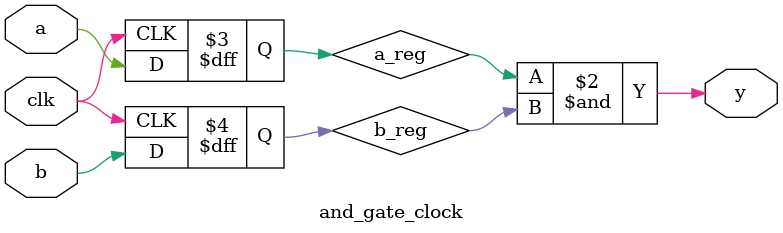
<source format=sv>
module and_gate_clock (
    input wire clk,    // Clock signal
    input wire a,      // Input A
    input wire b,      // Input B
    output wire y      // Output Y
);
    // Registered inputs
    reg a_reg, b_reg;
    
    // Register the inputs instead of the output
    always @(posedge clk) begin
        a_reg <= a;
        b_reg <= b;
    end
    
    // Combinational output using registered inputs
    assign y = a_reg & b_reg;
    
endmodule
</source>
